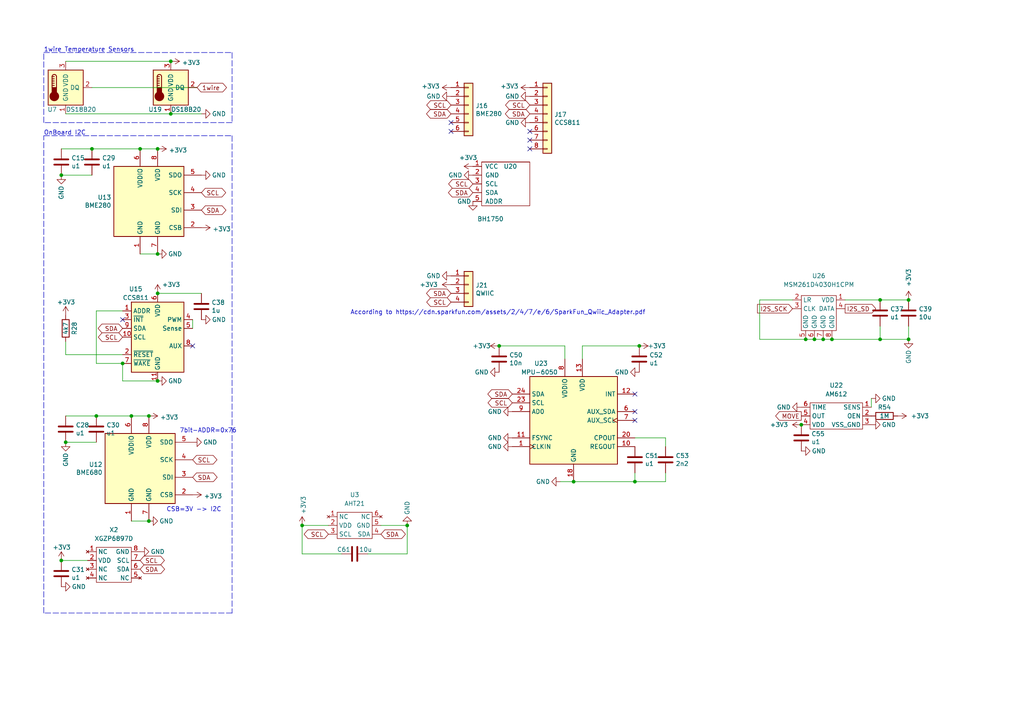
<source format=kicad_sch>
(kicad_sch (version 20211123) (generator eeschema)
  (paper "A4")
  (lib_symbols
    (symbol "Connector_Generic:Conn_01x04" (pin_names (offset 1.016) hide)
      (property "Reference" "J" (at 0 5.08 0))
      (property "Value" "Conn_01x04" (at 0 -7.62 0))
      (symbol "Conn_01x04_1_1"
        (rectangle (start -1.27 -4.953) (end 0 -5.207) (stroke (width 0.1524)))
        (rectangle (start -1.27 -2.413) (end 0 -2.667) (stroke (width 0.1524)))
        (rectangle (start -1.27 0.127) (end 0 -0.127) (stroke (width 0.1524)))
        (rectangle (start -1.27 2.667) (end 0 2.413) (stroke (width 0.1524)))
        (rectangle (start -1.27 3.81) (end 1.27 -6.35) (stroke (width 0.254)) (fill (type background)))
        (pin passive line (at -5.08 2.54 0) (length 3.81) (name "Pin_1") (number "1"))
        (pin passive line (at -5.08 0 0) (length 3.81) (name "Pin_2") (number "2"))
        (pin passive line (at -5.08 -2.54 0) (length 3.81) (name "Pin_3") (number "3"))
        (pin passive line (at -5.08 -5.08 0) (length 3.81) (name "Pin_4") (number "4"))
      )
    )
    (symbol "Connector_Generic:Conn_01x06" (pin_names (offset 1.016) hide)
      (property "Reference" "J" (at 0 7.62 0))
      (property "Value" "Conn_01x06" (at 0 -10.16 0))
      (symbol "Conn_01x06_1_1"
        (rectangle (start -1.27 -7.493) (end 0 -7.747) (stroke (width 0.1524)))
        (rectangle (start -1.27 -4.953) (end 0 -5.207) (stroke (width 0.1524)))
        (rectangle (start -1.27 -2.413) (end 0 -2.667) (stroke (width 0.1524)))
        (rectangle (start -1.27 0.127) (end 0 -0.127) (stroke (width 0.1524)))
        (rectangle (start -1.27 2.667) (end 0 2.413) (stroke (width 0.1524)))
        (rectangle (start -1.27 5.207) (end 0 4.953) (stroke (width 0.1524)))
        (rectangle (start -1.27 6.35) (end 1.27 -8.89) (stroke (width 0.254)) (fill (type background)))
        (pin passive line (at -5.08 5.08 0) (length 3.81) (name "Pin_1") (number "1"))
        (pin passive line (at -5.08 2.54 0) (length 3.81) (name "Pin_2") (number "2"))
        (pin passive line (at -5.08 0 0) (length 3.81) (name "Pin_3") (number "3"))
        (pin passive line (at -5.08 -2.54 0) (length 3.81) (name "Pin_4") (number "4"))
        (pin passive line (at -5.08 -5.08 0) (length 3.81) (name "Pin_5") (number "5"))
        (pin passive line (at -5.08 -7.62 0) (length 3.81) (name "Pin_6") (number "6"))
      )
    )
    (symbol "Connector_Generic:Conn_01x08" (pin_names (offset 1.016) hide)
      (property "Reference" "J" (at 0 10.16 0))
      (property "Value" "Conn_01x08" (at 0 -12.7 0))
      (symbol "Conn_01x08_1_1"
        (rectangle (start -1.27 -10.033) (end 0 -10.287) (stroke (width 0.1524)))
        (rectangle (start -1.27 -7.493) (end 0 -7.747) (stroke (width 0.1524)))
        (rectangle (start -1.27 -4.953) (end 0 -5.207) (stroke (width 0.1524)))
        (rectangle (start -1.27 -2.413) (end 0 -2.667) (stroke (width 0.1524)))
        (rectangle (start -1.27 0.127) (end 0 -0.127) (stroke (width 0.1524)))
        (rectangle (start -1.27 2.667) (end 0 2.413) (stroke (width 0.1524)))
        (rectangle (start -1.27 5.207) (end 0 4.953) (stroke (width 0.1524)))
        (rectangle (start -1.27 7.747) (end 0 7.493) (stroke (width 0.1524)))
        (rectangle (start -1.27 8.89) (end 1.27 -11.43) (stroke (width 0.254)) (fill (type background)))
        (pin passive line (at -5.08 7.62 0) (length 3.81) (name "Pin_1") (number "1"))
        (pin passive line (at -5.08 5.08 0) (length 3.81) (name "Pin_2") (number "2"))
        (pin passive line (at -5.08 2.54 0) (length 3.81) (name "Pin_3") (number "3"))
        (pin passive line (at -5.08 0 0) (length 3.81) (name "Pin_4") (number "4"))
        (pin passive line (at -5.08 -2.54 0) (length 3.81) (name "Pin_5") (number "5"))
        (pin passive line (at -5.08 -5.08 0) (length 3.81) (name "Pin_6") (number "6"))
        (pin passive line (at -5.08 -7.62 0) (length 3.81) (name "Pin_7") (number "7"))
        (pin passive line (at -5.08 -10.16 0) (length 3.81) (name "Pin_8") (number "8"))
      )
    )
    (symbol "Device:C" (pin_numbers hide) (pin_names (offset 0.254))
      (property "Reference" "C" (at 0.635 2.54 0))
      (property "Value" "C" (at 0.635 -2.54 0))
      (symbol "C_0_1"
        (polyline (pts (xy -2.032 -0.762) (xy 2.032 -0.762)) (stroke (width 0.508)))
        (polyline (pts (xy -2.032 0.762) (xy 2.032 0.762)) (stroke (width 0.508)))
      )
      (symbol "C_1_1"
        (pin passive line (at 0 3.81 270) (length 2.794) (name "~") (number "1"))
        (pin passive line (at 0 -3.81 90) (length 2.794) (name "~") (number "2"))
      )
    )
    (symbol "Device:R" (pin_numbers hide) (pin_names (offset 0))
      (property "Reference" "R" (at 2.032 0 90))
      (property "Value" "R" (at 0 0 90))
      (symbol "R_0_1"
        (rectangle (start -1.016 -2.54) (end 1.016 2.54) (stroke (width 0.254)))
      )
      (symbol "R_1_1"
        (pin passive line (at 0 3.81 270) (length 1.27) (name "~") (number "1"))
        (pin passive line (at 0 -3.81 90) (length 1.27) (name "~") (number "2"))
      )
    )
    (symbol "Sensor:BME280"
      (property "Reference" "U" (at -8.89 11.43 0))
      (property "Value" "BME280" (at 7.62 11.43 0))
      (symbol "BME280_0_1"
        (rectangle (start -10.16 10.16) (end 10.16 -10.16) (stroke (width 0.254)) (fill (type background)))
      )
      (symbol "BME280_1_1"
        (pin power_in line (at -2.54 -15.24 90) (length 5.08) (name "GND") (number "1"))
        (pin input line (at 15.24 -7.62 180) (length 5.08) (name "CSB") (number "2"))
        (pin bidirectional line (at 15.24 -2.54 180) (length 5.08) (name "SDI") (number "3"))
        (pin input line (at 15.24 2.54 180) (length 5.08) (name "SCK") (number "4"))
        (pin bidirectional line (at 15.24 7.62 180) (length 5.08) (name "SDO") (number "5"))
        (pin power_in line (at -2.54 15.24 270) (length 5.08) (name "VDDIO") (number "6"))
        (pin power_in line (at 2.54 -15.24 90) (length 5.08) (name "GND") (number "7"))
        (pin power_in line (at 2.54 15.24 270) (length 5.08) (name "VDD") (number "8"))
      )
    )
    (symbol "Sensor:BME680"
      (property "Reference" "U" (at -8.89 11.43 0))
      (property "Value" "BME680" (at 7.62 11.43 0))
      (symbol "BME680_0_1"
        (rectangle (start -10.16 10.16) (end 10.16 -10.16) (stroke (width 0.254)) (fill (type background)))
      )
      (symbol "BME680_1_1"
        (pin power_in line (at -2.54 -15.24 90) (length 5.08) (name "GND") (number "1"))
        (pin input line (at 15.24 -7.62 180) (length 5.08) (name "CSB") (number "2"))
        (pin bidirectional line (at 15.24 -2.54 180) (length 5.08) (name "SDI") (number "3"))
        (pin input line (at 15.24 2.54 180) (length 5.08) (name "SCK") (number "4"))
        (pin bidirectional line (at 15.24 7.62 180) (length 5.08) (name "SDO") (number "5"))
        (pin power_in line (at -2.54 15.24 270) (length 5.08) (name "VDDIO") (number "6"))
        (pin power_in line (at 2.54 -15.24 90) (length 5.08) (name "GND") (number "7"))
        (pin power_in line (at 2.54 15.24 270) (length 5.08) (name "VDD") (number "8"))
      )
    )
    (symbol "Sensor_Gas:CCS811"
      (property "Reference" "U" (at -8.89 13.97 0))
      (property "Value" "CCS811" (at -6.35 11.43 0))
      (symbol "CCS811_0_1"
        (rectangle (start -7.62 10.16) (end 7.62 -10.16) (stroke (width 0.254)) (fill (type background)))
      )
      (symbol "CCS811_1_1"
        (pin input line (at -10.16 7.62 0) (length 2.54) (name "ADDR") (number "1"))
        (pin input line (at -10.16 0 0) (length 2.54) (name "SCL") (number "10"))
        (pin power_in line (at 0 -12.7 90) (length 2.54) (name "GND") (number "11"))
        (pin input line (at -10.16 -5.08 0) (length 2.54) (name "~{RESET}") (number "2"))
        (pin output line (at -10.16 5.08 0) (length 2.54) (name "~{INT}") (number "3"))
        (pin output line (at 10.16 5.08 180) (length 2.54) (name "PWM") (number "4"))
        (pin bidirectional line (at 10.16 2.54 180) (length 2.54) (name "Sense") (number "5"))
        (pin power_in line (at 0 12.7 270) (length 2.54) (name "VDD") (number "6"))
        (pin input line (at -10.16 -7.62 0) (length 2.54) (name "~{WAKE}") (number "7"))
        (pin input line (at 10.16 -2.54 180) (length 2.54) (name "AUX") (number "8"))
        (pin bidirectional line (at -10.16 2.54 0) (length 2.54) (name "SDA") (number "9"))
      )
    )
    (symbol "Sensor_Motion:MPU-6050"
      (property "Reference" "U" (at -11.43 13.97 0))
      (property "Value" "MPU-6050" (at 7.62 -13.97 0))
      (symbol "MPU-6050_0_1"
        (rectangle (start -12.7 12.7) (end 12.7 -12.7) (stroke (width 0.254)) (fill (type background)))
      )
      (symbol "MPU-6050_1_1"
        (pin input clock (at -17.78 -7.62 0) (length 5.08) (name "CLKIN") (number "1"))
        (pin passive line (at 17.78 -7.62 180) (length 5.08) (name "REGOUT") (number "10"))
        (pin input line (at -17.78 -5.08 0) (length 5.08) (name "FSYNC") (number "11"))
        (pin output line (at 17.78 7.62 180) (length 5.08) (name "INT") (number "12"))
        (pin power_in line (at 2.54 17.78 270) (length 5.08) (name "VDD") (number "13"))
        (pin power_in line (at 0 -17.78 90) (length 5.08) (name "GND") (number "18"))
        (pin passive line (at 17.78 -5.08 180) (length 5.08) (name "CPOUT") (number "20"))
        (pin input line (at -17.78 5.08 0) (length 5.08) (name "SCL") (number "23"))
        (pin bidirectional line (at -17.78 7.62 0) (length 5.08) (name "SDA") (number "24"))
        (pin bidirectional line (at 17.78 2.54 180) (length 5.08) (name "AUX_SDA") (number "6"))
        (pin output clock (at 17.78 0 180) (length 5.08) (name "AUX_SCL") (number "7"))
        (pin power_in line (at -2.54 17.78 270) (length 5.08) (name "VDDIO") (number "8"))
        (pin input line (at -17.78 2.54 0) (length 5.08) (name "AD0") (number "9"))
      )
    )
    (symbol "Sensor_Temperature:DS18B20" (pin_names (offset 1.016))
      (property "Reference" "U" (at -3.81 6.35 0))
      (property "Value" "DS18B20" (at 6.35 6.35 0))
      (symbol "DS18B20_0_1"
        (rectangle (start -5.08 5.08) (end 5.08 -5.08) (stroke (width 0.254)) (fill (type background)))
        (circle (center -3.302 -2.54) (radius 1.27) (stroke (width 0.254)) (fill (type outline)))
        (rectangle (start -2.667 -1.905) (end -3.937 0) (stroke (width 0.254)) (fill (type outline)))
        (arc (start -2.667 3.175) (mid -3.302 3.81) (end -3.937 3.175) (stroke (width 0.254)))
        (polyline (pts (xy -3.937 0.635) (xy -3.302 0.635)) (stroke (width 0.254)))
        (polyline (pts (xy -3.937 1.27) (xy -3.302 1.27)) (stroke (width 0.254)))
        (polyline (pts (xy -3.937 1.905) (xy -3.302 1.905)) (stroke (width 0.254)))
        (polyline (pts (xy -3.937 2.54) (xy -3.302 2.54)) (stroke (width 0.254)))
        (polyline (pts (xy -3.937 3.175) (xy -3.937 0)) (stroke (width 0.254)))
        (polyline (pts (xy -3.937 3.175) (xy -3.302 3.175)) (stroke (width 0.254)))
        (polyline (pts (xy -2.667 3.175) (xy -2.667 0)) (stroke (width 0.254)))
      )
      (symbol "DS18B20_1_1"
        (pin power_in line (at 0 -7.62 90) (length 2.54) (name "GND") (number "1"))
        (pin bidirectional line (at 7.62 0 180) (length 2.54) (name "DQ") (number "2"))
        (pin power_in line (at 0 7.62 270) (length 2.54) (name "VDD") (number "3"))
      )
    )
    (symbol "liebler_MODULES:XGZP6897D"
      (property "Reference" "X" (at 0 10.16 0))
      (property "Value" "XGZP6897D" (at 0 7.62 0))
      (symbol "XGZP6897D_0_1"
        (rectangle (start -5.08 5.08) (end 5.08 -5.08))
      )
      (symbol "XGZP6897D_1_1"
        (pin no_connect line (at -7.62 3.81 0) (length 2.54) (name "NC") (number "1"))
        (pin power_in line (at -7.62 1.27 0) (length 2.54) (name "VDD") (number "2"))
        (pin no_connect line (at -7.62 -1.27 0) (length 2.54) (name "NC") (number "3"))
        (pin no_connect line (at -7.62 -3.81 0) (length 2.54) (name "NC") (number "4"))
        (pin no_connect line (at 7.62 -3.81 180) (length 2.54) (name "NC") (number "5"))
        (pin bidirectional line (at 7.62 -1.27 180) (length 2.54) (name "SDA") (number "6"))
        (pin bidirectional line (at 7.62 1.27 180) (length 2.54) (name "SCL") (number "7"))
        (pin power_in line (at 7.62 3.81 180) (length 2.54) (name "GND") (number "8"))
      )
    )
    (symbol "liebler_SEMICONDUCTORS:AHT21"
      (property "Reference" "U" (at 0 7.62 0))
      (property "Value" "AHT21" (at 0 5.08 0))
      (symbol "AHT21_0_1"
        (rectangle (start -5.08 3.81) (end 5.08 -3.81))
      )
      (symbol "AHT21_1_1"
        (pin no_connect line (at -7.62 2.54 0) (length 2.54) (name "NC") (number "1"))
        (pin power_in line (at -7.62 0 0) (length 2.54) (name "VDD") (number "2"))
        (pin bidirectional line (at -7.62 -2.54 0) (length 2.54) (name "SCL") (number "3"))
        (pin bidirectional line (at 7.62 -2.54 180) (length 2.54) (name "SDA") (number "4"))
        (pin power_in line (at 7.62 0 180) (length 2.54) (name "GND") (number "5"))
        (pin no_connect line (at 7.62 2.54 180) (length 2.54) (name "NC") (number "6"))
      )
    )
    (symbol "liebler_SEMICONDUCTORS:AM612"
      (property "Reference" "U" (at 0 7.62 0))
      (property "Value" "AM612" (at 0 5.08 0))
      (symbol "AM612_0_1"
        (rectangle (start -7.62 3.81) (end 7.62 -3.81))
      )
      (symbol "AM612_1_1"
        (pin input line (at 10.16 2.54 180) (length 2.54) (name "SENS") (number "1"))
        (pin input line (at 10.16 0 180) (length 2.54) (name "OEN") (number "2"))
        (pin power_in line (at 10.16 -2.54 180) (length 2.54) (name "VSS_GND") (number "3"))
        (pin power_in line (at -10.16 -2.54 0) (length 2.54) (name "VDD") (number "4"))
        (pin output line (at -10.16 0 0) (length 2.54) (name "OUT") (number "5"))
        (pin input line (at -10.16 2.54 0) (length 2.54) (name "TIME") (number "6"))
      )
    )
    (symbol "liebler_SEMICONDUCTORS:MSM261D4030H1CPM"
      (property "Reference" "U" (at 0 2.54 0))
      (property "Value" "MSM261D4030H1CPM" (at 0 0 0))
      (symbol "MSM261D4030H1CPM_0_1"
        (rectangle (start -5.08 -2.54) (end 5.08 -12.7))
      )
      (symbol "MSM261D4030H1CPM_1_1"
        (pin power_in line (at 7.62 -3.81 180) (length 2.54) (name "VDD") (number "1"))
        (pin input line (at -7.62 -3.81 0) (length 2.54) (name "LR") (number "2"))
        (pin input line (at -7.62 -6.35 0) (length 2.54) (name "CLK") (number "3"))
        (pin output line (at 7.62 -6.35 180) (length 2.54) (name "DATA") (number "4"))
        (pin power_in line (at -3.81 -15.24 90) (length 2.54) (name "GND") (number "5"))
        (pin power_in line (at -1.27 -15.24 90) (length 2.54) (name "GND") (number "6"))
        (pin power_in line (at 1.27 -15.24 90) (length 2.54) (name "GND") (number "7"))
        (pin power_in line (at 3.81 -15.24 90) (length 2.54) (name "GND") (number "8"))
      )
    )
    (symbol "power:+3V3" (power) (pin_names (offset 0))
      (property "Value" "+3V3" (at 0 3.556 0))
      (symbol "+3V3_0_1"
        (polyline (pts (xy -0.762 1.27) (xy 0 2.54)))
        (polyline (pts (xy 0 0) (xy 0 2.54)))
        (polyline (pts (xy 0 2.54) (xy 0.762 1.27)))
      )
      (symbol "+3V3_1_1"
        (pin power_in line (at 0 0 90) (length 0) hide (name "+3V3") (number "1"))
      )
    )
    (symbol "power:GND" (power) (pin_names (offset 0))
      (property "Value" "GND" (at 0 -3.81 0))
      (symbol "GND_0_1"
        (polyline (pts (xy 0 0) (xy 0 -1.27) (xy 1.27 -1.27) (xy 0 -2.54) (xy -1.27 -1.27) (xy 0 -1.27)))
      )
      (symbol "GND_1_1"
        (pin power_in line (at 0 0 270) (length 0) hide (name "GND") (number "1"))
      )
    )
    (symbol "smopla:GY-302" (pin_names (offset 1.016))
      (property "Reference" "U" (at 0 -1.27 0))
      (property "Value" "smopla_GY-302" (at 0 1.27 0))
      (symbol "GY-302_0_1"
        (rectangle (start -6.35 6.35) (end 7.62 6.35))
        (rectangle (start 7.62 6.35) (end -6.35 -6.35))
      )
      (symbol "GY-302_1_1"
        (pin power_in line (at -8.89 5.08 0) (length 2.54) (name "VCC") (number "1"))
        (pin power_in line (at -8.89 2.54 0) (length 2.54) (name "GND") (number "2"))
        (pin bidirectional line (at -8.89 0 0) (length 2.54) (name "SCL") (number "3"))
        (pin bidirectional line (at -8.89 -2.54 0) (length 2.54) (name "SDA") (number "4"))
        (pin input line (at -8.89 -5.08 0) (length 2.54) (name "ADDR") (number "5"))
      )
    )
  )
  (junction (at 144.78 100.33))
  (junction (at 40.64 43.18))
  (junction (at 263.525 98.425))
  (junction (at 49.53 33.02))
  (junction (at 17.78 50.8))
  (junction (at 45.72 110.49))
  (junction (at 19.05 128.27))
  (junction (at 166.37 139.7))
  (junction (at 27.94 120.65))
  (junction (at 238.76 98.425))
  (junction (at 255.27 98.425))
  (junction (at 87.63 152.4))
  (junction (at 232.41 123.19))
  (junction (at 35.56 105.41))
  (junction (at 255.27 86.995))
  (junction (at 185.42 100.33))
  (junction (at 241.3 98.425))
  (junction (at 45.72 85.09))
  (junction (at 184.15 139.7))
  (junction (at 45.72 73.66))
  (junction (at 26.67 43.18))
  (junction (at 263.525 86.995))
  (junction (at 45.72 43.18))
  (junction (at 43.18 151.13))
  (junction (at 49.53 17.78))
  (junction (at 233.68 98.425))
  (junction (at 43.18 120.65))
  (junction (at 236.22 98.425))
  (junction (at 38.1 120.65))
  (junction (at 118.11 152.4))
  (junction (at 17.78 162.56))
  (no_connect (at 153.67 43.18))
  (no_connect (at 35.56 92.71))
  (no_connect (at 130.81 35.56))
  (no_connect (at 153.67 38.1))
  (no_connect (at 153.67 40.64))
  (no_connect (at 184.15 121.92))
  (no_connect (at 184.15 119.38))
  (no_connect (at 184.15 114.3))
  (no_connect (at 55.88 100.33))
  (no_connect (at 130.81 38.1))
  (wire (pts (xy 184.15 139.7) (xy 184.15 137.16)))
  (wire (pts (xy 35.56 105.41) (xy 27.94 105.41)))
  (wire (pts (xy 162.56 139.7) (xy 166.37 139.7)))
  (wire (pts (xy 35.56 110.49) (xy 45.72 110.49)))
  (wire (pts (xy 263.525 94.615) (xy 263.525 98.425)))
  (wire (pts (xy 110.49 152.4) (xy 118.11 152.4)))
  (polyline (pts (xy 12.7 177.8) (xy 12.7 39.37)))
  (wire (pts (xy 58.42 33.02) (xy 49.53 33.02)))
  (polyline (pts (xy 12.7 35.56) (xy 12.7 15.24)))
  (wire (pts (xy 19.05 33.02) (xy 49.53 33.02)))
  (wire (pts (xy 17.78 50.8) (xy 26.67 50.8)))
  (wire (pts (xy 19.05 102.87) (xy 19.05 99.06)))
  (polyline (pts (xy 67.31 15.24) (xy 67.31 35.56)))
  (wire (pts (xy 35.56 105.41) (xy 35.56 110.49)))
  (wire (pts (xy 55.88 95.25) (xy 55.88 92.71)))
  (wire (pts (xy 58.42 85.09) (xy 45.72 85.09)))
  (wire (pts (xy 263.525 98.425) (xy 255.27 98.425)))
  (wire (pts (xy 168.91 100.33) (xy 185.42 100.33)))
  (wire (pts (xy 233.68 98.425) (xy 236.22 98.425)))
  (wire (pts (xy 27.94 90.17) (xy 35.56 90.17)))
  (polyline (pts (xy 67.31 177.8) (xy 12.7 177.8)))
  (polyline (pts (xy 12.7 39.37) (xy 67.31 39.37)))
  (wire (pts (xy 43.18 120.65) (xy 38.1 120.65)))
  (wire (pts (xy 163.83 104.14) (xy 163.83 100.33)))
  (wire (pts (xy 220.345 86.995) (xy 220.345 98.425)))
  (wire (pts (xy 184.15 139.7) (xy 193.04 139.7)))
  (wire (pts (xy 87.63 160.655) (xy 99.06 160.655)))
  (wire (pts (xy 95.25 152.4) (xy 87.63 152.4)))
  (wire (pts (xy 193.04 137.16) (xy 193.04 139.7)))
  (wire (pts (xy 236.22 98.425) (xy 238.76 98.425)))
  (wire (pts (xy 40.64 43.18) (xy 26.67 43.18)))
  (wire (pts (xy 255.27 94.615) (xy 255.27 98.425)))
  (wire (pts (xy 17.78 162.56) (xy 25.4 162.56)))
  (wire (pts (xy 38.1 120.65) (xy 27.94 120.65)))
  (wire (pts (xy 166.37 139.7) (xy 184.15 139.7)))
  (wire (pts (xy 19.05 102.87) (xy 35.56 102.87)))
  (polyline (pts (xy 12.7 15.24) (xy 67.31 15.24)))
  (wire (pts (xy 193.04 127) (xy 193.04 129.54)))
  (polyline (pts (xy 67.31 35.56) (xy 12.7 35.56)))
  (wire (pts (xy 38.1 151.13) (xy 43.18 151.13)))
  (wire (pts (xy 19.05 17.78) (xy 49.53 17.78)))
  (wire (pts (xy 45.72 43.18) (xy 40.64 43.18)))
  (wire (pts (xy 255.27 98.425) (xy 241.3 98.425)))
  (wire (pts (xy 27.94 120.65) (xy 19.05 120.65)))
  (polyline (pts (xy 67.31 39.37) (xy 67.31 177.8)))
  (wire (pts (xy 26.67 25.4) (xy 57.15 25.4)))
  (wire (pts (xy 168.91 100.33) (xy 168.91 104.14)))
  (wire (pts (xy 184.15 127) (xy 193.04 127)))
  (wire (pts (xy 220.345 98.425) (xy 233.68 98.425)))
  (wire (pts (xy 118.11 160.655) (xy 106.68 160.655)))
  (wire (pts (xy 245.11 86.995) (xy 255.27 86.995)))
  (wire (pts (xy 255.27 86.995) (xy 263.525 86.995)))
  (wire (pts (xy 27.94 128.27) (xy 19.05 128.27)))
  (wire (pts (xy 27.94 105.41) (xy 27.94 90.17)))
  (wire (pts (xy 252.73 115.57) (xy 252.73 118.11)))
  (wire (pts (xy 118.11 152.4) (xy 118.11 160.655)))
  (wire (pts (xy 238.76 98.425) (xy 241.3 98.425)))
  (wire (pts (xy 87.63 152.4) (xy 87.63 160.655)))
  (wire (pts (xy 229.87 86.995) (xy 220.345 86.995)))
  (wire (pts (xy 26.67 43.18) (xy 17.78 43.18)))
  (wire (pts (xy 144.78 100.33) (xy 163.83 100.33)))
  (wire (pts (xy 40.64 73.66) (xy 45.72 73.66)))
  (text "CSB=3V -> I2C" (at 48.26 148.59 0) (effects (font (size 1.27 1.27)) (justify left bottom)))
  (text "According to https://cdn.sparkfun.com/assets/2/4/7/e/6/SparkFun_Qwiic_Adapter.pdf" (at 101.6 91.44 0) (effects (font (size 1.27 1.27)) (justify left bottom)))
  (text "7bit-ADDR=0x76" (at 52.07 125.73 0) (effects (font (size 1.27 1.27)) (justify left bottom)))
  (text "1wire Temperature Sensors" (at 12.7 15.24 0) (effects (font (size 1.27 1.27)) (justify left bottom)))
  (text "OnBoard I2C" (at 12.7 39.37 0) (effects (font (size 1.27 1.27)) (justify left bottom)))
  (global_label "SDA" (shape bidirectional) (at 137.16 55.88 180) (property "Intersheet References" "${INTERSHEET_REFS}" (effects hide)))
  (global_label "MOVE" (shape output) (at 232.41 120.65 180) (property "Intersheet References" "${INTERSHEET_REFS}" (effects hide)))
  (global_label "SDA" (shape bidirectional) (at 35.56 95.25 180) (property "Intersheet References" "${INTERSHEET_REFS}" (effects hide)))
  (global_label "SDA" (shape bidirectional) (at 58.42 60.96 0) (property "Intersheet References" "${INTERSHEET_REFS}" (effects hide)))
  (global_label "SCL" (shape bidirectional) (at 95.25 154.94 180) (property "Intersheet References" "${INTERSHEET_REFS}" (effects hide)))
  (global_label "SCL" (shape bidirectional) (at 55.88 133.35 0) (property "Intersheet References" "${INTERSHEET_REFS}" (effects hide)))
  (global_label "SDA" (shape bidirectional) (at 148.59 114.3 180) (property "Intersheet References" "${INTERSHEET_REFS}" (effects hide)))
  (global_label "SCL" (shape bidirectional) (at 153.67 30.48 180) (property "Intersheet References" "${INTERSHEET_REFS}" (effects hide)))
  (global_label "SCL" (shape bidirectional) (at 58.42 55.88 0) (property "Intersheet References" "${INTERSHEET_REFS}" (effects hide)))
  (global_label "SDA" (shape bidirectional) (at 130.81 33.02 180) (property "Intersheet References" "${INTERSHEET_REFS}" (effects hide)))
  (global_label "1wire" (shape bidirectional) (at 57.15 25.4 0) (property "Intersheet References" "${INTERSHEET_REFS}" (effects hide)))
  (global_label "I2S_SD" (shape output) (at 245.11 89.535 0) (property "Intersheet References" "${INTERSHEET_REFS}" (effects hide)))
  (global_label "SDA" (shape bidirectional) (at 153.67 33.02 180) (property "Intersheet References" "${INTERSHEET_REFS}" (effects hide)))
  (global_label "SCL" (shape bidirectional) (at 130.81 30.48 180) (property "Intersheet References" "${INTERSHEET_REFS}" (effects hide)))
  (global_label "SCL" (shape bidirectional) (at 40.64 162.56 0) (property "Intersheet References" "${INTERSHEET_REFS}" (effects hide)))
  (global_label "SDA" (shape bidirectional) (at 110.49 154.94 0) (property "Intersheet References" "${INTERSHEET_REFS}" (effects hide)))
  (global_label "SCL" (shape bidirectional) (at 130.81 87.63 180) (property "Intersheet References" "${INTERSHEET_REFS}" (effects hide)))
  (global_label "SCL" (shape bidirectional) (at 137.16 53.34 180) (property "Intersheet References" "${INTERSHEET_REFS}" (effects hide)))
  (global_label "SCL" (shape bidirectional) (at 35.56 97.79 180) (property "Intersheet References" "${INTERSHEET_REFS}" (effects hide)))
  (global_label "SDA" (shape bidirectional) (at 130.81 85.09 180) (property "Intersheet References" "${INTERSHEET_REFS}" (effects hide)))
  (global_label "SCL" (shape bidirectional) (at 148.59 116.84 180) (property "Intersheet References" "${INTERSHEET_REFS}" (effects hide)))
  (global_label "SDA" (shape bidirectional) (at 55.88 138.43 0) (property "Intersheet References" "${INTERSHEET_REFS}" (effects hide)))
  (global_label "SDA" (shape bidirectional) (at 40.64 165.1 0) (property "Intersheet References" "${INTERSHEET_REFS}" (effects hide)))
  (global_label "I2S_SCK" (shape input) (at 229.87 89.535 180) (property "Intersheet References" "${INTERSHEET_REFS}" (effects hide)))
  (symbol (lib_id "Connector_Generic:Conn_01x04") (at 135.89 82.55 0) (unit 1)
    (property "Reference" "J21" (at 137.922 82.7532 0) (effects (justify left)))
    (property "Value" "QWIIC" (at 137.922 85.0646 0) (effects (justify left)))
    (property "Footprint" "Connector_JST:JST_SH_SM04B-SRSS-TB_1x04-1MP_P1.00mm_Horizontal" (effects hide))
  )
  (symbol (lib_id "power:+3V3") (at 130.81 82.55 90) (unit 1)
    (property "Reference" "#PWR054" (effects hide))
    (property "Value" "+3V3" (at 127 82.55 90) (effects (justify left)))
  )
  (symbol (lib_id "power:GND") (at 130.81 80.01 270) (unit 1)
    (property "Reference" "#PWR053" (effects hide))
    (property "Value" "GND" (at 125.73 80.01 90))
  )
  (symbol (lib_id "Sensor:BME680") (at 40.64 135.89 0) (unit 1)
    (property "Reference" "U12" (at 29.7434 134.7216 0) (effects (justify right)))
    (property "Value" "BME680" (at 29.7434 137.033 0) (effects (justify right)))
    (property "Footprint" "Package_LGA:Bosch_LGA-8_3x3mm_P0.8mm_ClockwisePinNumbering" (effects hide))
    (property "Datasheet" "https://ae-bst.resource.bosch.com/media/_tech/media/datasheets/BST-BME680-DS001.pdf" (effects hide))
    (property "Option" "BME680" (effects hide))
  )
  (symbol (lib_id "Sensor_Temperature:DS18B20") (at 19.05 25.4 0) (unit 1)
    (property "Reference" "U7" (at 16.51 31.75 0) (effects (justify right)))
    (property "Value" "DS18B20" (at 27.94 31.75 0) (effects (justify right)))
    (property "Footprint" "Package_TO_SOT_THT:TO-92_HandSolder" (effects hide))
    (property "Datasheet" "http://datasheets.maximintegrated.com/en/ds/DS18B20.pdf" (effects hide))
  )
  (symbol (lib_id "Sensor_Temperature:DS18B20") (at 49.53 25.4 0) (unit 1)
    (property "Reference" "U19" (at 46.99 31.75 0) (effects (justify right)))
    (property "Value" "DS18B20" (at 58.42 31.75 0) (effects (justify right)))
    (property "Footprint" "Package_TO_SOT_THT:TO-92_HandSolder" (effects hide))
    (property "Datasheet" "http://datasheets.maximintegrated.com/en/ds/DS18B20.pdf" (effects hide))
  )
  (symbol (lib_id "power:GND") (at 58.42 33.02 90) (unit 1)
    (property "Reference" "#PWR035" (effects hide))
    (property "Value" "GND" (at 63.5 33.02 90))
  )
  (symbol (lib_id "power:+3V3") (at 49.53 17.78 270) (unit 1)
    (property "Reference" "#PWR017" (effects hide))
    (property "Value" "+3V3" (at 52.7812 18.161 90) (effects (justify left)))
  )
  (symbol (lib_id "power:GND") (at 252.73 123.19 90) (unit 1)
    (property "Reference" "#PWR049" (effects hide))
    (property "Value" "GND" (at 257.81 123.19 90))
  )
  (symbol (lib_id "power:+3V3") (at 232.41 123.19 90) (unit 1)
    (property "Reference" "#PWR050" (effects hide))
    (property "Value" "+3V3" (at 228.6 123.19 90) (effects (justify left)))
  )
  (symbol (lib_id "Device:C") (at 27.94 124.46 180) (unit 1)
    (property "Reference" "C30" (at 30.861 123.2916 0) (effects (justify right)))
    (property "Value" "u1" (at 30.861 125.603 0) (effects (justify right)))
    (property "Footprint" "Capacitor_SMD:C_0603_1608Metric" (effects hide))
    (property "Option" "BME680" (effects hide))
  )
  (symbol (lib_id "power:+3V3") (at 43.18 120.65 270) (unit 1)
    (property "Reference" "#PWR09" (effects hide))
    (property "Value" "+3V3" (at 46.4312 121.031 90) (effects (justify left)))
  )
  (symbol (lib_id "power:GND") (at 43.18 151.13 90) (unit 1)
    (property "Reference" "#PWR010" (effects hide))
    (property "Value" "GND" (at 48.26 151.13 90))
  )
  (symbol (lib_id "power:+3V3") (at 55.88 143.51 270) (unit 1)
    (property "Reference" "#PWR030" (effects hide))
    (property "Value" "+3V3" (at 59.1312 143.891 90) (effects (justify left)))
  )
  (symbol (lib_id "Device:C") (at 19.05 124.46 180) (unit 1)
    (property "Reference" "C28" (at 21.971 123.2916 0) (effects (justify right)))
    (property "Value" "u1" (at 21.971 125.603 0) (effects (justify right)))
    (property "Footprint" "Capacitor_SMD:C_0603_1608Metric" (effects hide))
    (property "Option" "BME680" (effects hide))
  )
  (symbol (lib_id "power:GND") (at 19.05 128.27 0) (unit 1)
    (property "Reference" "#PWR08" (effects hide))
    (property "Value" "GND" (at 19.05 133.35 90))
  )
  (symbol (lib_id "power:GND") (at 55.88 128.27 90) (unit 1)
    (property "Reference" "#PWR019" (effects hide))
    (property "Value" "GND" (at 60.96 128.27 90))
  )
  (symbol (lib_id "Device:C") (at 17.78 166.37 180) (unit 1)
    (property "Reference" "C31" (at 20.701 165.2016 0) (effects (justify right)))
    (property "Value" "u1" (at 20.701 167.513 0) (effects (justify right)))
    (property "Footprint" "Capacitor_SMD:C_0603_1608Metric" (effects hide))
    (property "Option" "MS4525DO" (effects hide))
  )
  (symbol (lib_id "smopla:GY-302") (at 146.05 53.34 0) (unit 1)
    (property "Reference" "U20" (at 146.05 48.26 0) (effects (justify left)))
    (property "Value" "BH1750" (at 138.43 63.5 0) (effects (justify left)))
    (property "Footprint" "liebler_MODULES:GY-302" (effects hide))
  )
  (symbol (lib_id "power:+3V3") (at 137.16 48.26 90) (unit 1)
    (property "Reference" "#PWR041" (effects hide))
    (property "Value" "+3V3" (at 138.43 45.72 90) (effects (justify left)))
  )
  (symbol (lib_id "power:GND") (at 137.16 50.8 270) (unit 1)
    (property "Reference" "#PWR042" (effects hide))
    (property "Value" "GND" (at 132.08 50.8 90))
  )
  (symbol (lib_id "power:GND") (at 137.16 58.42 0) (unit 1)
    (property "Reference" "#PWR043" (effects hide))
    (property "Value" "GND" (at 134.62 58.42 0))
  )
  (symbol (lib_id "Sensor_Gas:CCS811") (at 45.72 97.79 0) (unit 1)
    (property "Reference" "U15" (at 39.37 83.82 0))
    (property "Value" "CCS811" (at 39.37 86.36 0))
    (property "Footprint" "liebler_SEMICONDUCTORS:AMS_LGA-10-1EP_2.7x4mm_P0.6mm" (effects hide))
    (property "Datasheet" "http://ams.com/eng/Products/Environmental-Sensors/Air-Quality-Sensors/CCS811" (effects hide))
    (property "Option" "CCS811" (effects hide))
  )
  (symbol (lib_id "Device:R") (at 19.05 95.25 180) (unit 1)
    (property "Reference" "R28" (at 21.59 95.25 90))
    (property "Value" "4k7" (at 19.05 95.25 90))
    (property "Footprint" "Resistor_SMD:R_0603_1608Metric" (effects hide))
    (property "Option" "CCS811" (effects hide))
  )
  (symbol (lib_id "power:+3V3") (at 45.72 85.09 0) (unit 1)
    (property "Reference" "#PWR013" (effects hide))
    (property "Value" "+3V3" (at 46.99 82.55 0) (effects (justify left)))
  )
  (symbol (lib_id "power:+3V3") (at 19.05 91.44 0) (unit 1)
    (property "Reference" "#PWR07" (effects hide))
    (property "Value" "+3V3" (at 16.51 87.63 0) (effects (justify left)))
  )
  (symbol (lib_id "Device:C") (at 58.42 88.9 0) (unit 1)
    (property "Reference" "C38" (at 61.341 87.7316 0) (effects (justify left)))
    (property "Value" "1u" (at 61.341 90.043 0) (effects (justify left)))
    (property "Footprint" "Capacitor_SMD:C_0603_1608Metric" (effects hide))
    (property "Option" "CCS811" (effects hide))
  )
  (symbol (lib_id "power:GND") (at 45.72 110.49 90) (unit 1)
    (property "Reference" "#PWR015" (effects hide))
    (property "Value" "GND" (at 50.8 110.49 90))
  )
  (symbol (lib_id "power:GND") (at 58.42 92.71 90) (unit 1)
    (property "Reference" "#PWR038" (effects hide))
    (property "Value" "GND" (at 63.5 92.71 90))
  )
  (symbol (lib_id "Sensor:BME280") (at 43.18 58.42 0) (unit 1)
    (property "Reference" "U13" (at 32.2834 57.2516 0) (effects (justify right)))
    (property "Value" "BME280" (at 32.2834 59.563 0) (effects (justify right)))
    (property "Footprint" "Package_LGA:Bosch_LGA-8_2.5x2.5mm_P0.65mm_ClockwisePinNumbering" (effects hide))
    (property "Datasheet" "https://ae-bst.resource.bosch.com/media/_tech/media/datasheets/BST-BME280-DS002.pdf" (effects hide))
    (property "Option" "BME280" (effects hide))
  )
  (symbol (lib_id "power:GND") (at 58.42 50.8 90) (unit 1)
    (property "Reference" "#PWR036" (effects hide))
    (property "Value" "GND" (at 63.5 50.8 90))
  )
  (symbol (lib_id "power:+3V3") (at 58.42 66.04 270) (unit 1)
    (property "Reference" "#PWR037" (effects hide))
    (property "Value" "+3V3" (at 61.6712 66.421 90) (effects (justify left)))
  )
  (symbol (lib_id "power:GND") (at 45.72 73.66 90) (unit 1)
    (property "Reference" "#PWR012" (effects hide))
    (property "Value" "GND" (at 50.8 73.66 90))
  )
  (symbol (lib_id "Device:C") (at 26.67 46.99 180) (unit 1)
    (property "Reference" "C29" (at 29.591 45.8216 0) (effects (justify right)))
    (property "Value" "u1" (at 29.591 48.133 0) (effects (justify right)))
    (property "Footprint" "Capacitor_SMD:C_0603_1608Metric" (effects hide))
    (property "Option" "BME280" (effects hide))
  )
  (symbol (lib_id "Device:C") (at 17.78 46.99 180) (unit 1)
    (property "Reference" "C15" (at 20.701 45.8216 0) (effects (justify right)))
    (property "Value" "u1" (at 20.701 48.133 0) (effects (justify right)))
    (property "Footprint" "Capacitor_SMD:C_0603_1608Metric" (effects hide))
    (property "Option" "BME280" (effects hide))
  )
  (symbol (lib_id "power:GND") (at 17.78 50.8 0) (unit 1)
    (property "Reference" "#PWR06" (effects hide))
    (property "Value" "GND" (at 17.78 55.88 90))
  )
  (symbol (lib_id "power:+3V3") (at 45.72 43.18 270) (unit 1)
    (property "Reference" "#PWR011" (effects hide))
    (property "Value" "+3V3" (at 48.9712 43.561 90) (effects (justify left)))
  )
  (symbol (lib_id "Connector_Generic:Conn_01x06") (at 135.89 30.48 0) (unit 1)
    (property "Reference" "J16" (at 137.922 30.6832 0) (effects (justify left)))
    (property "Value" "BME280" (at 137.922 32.9946 0) (effects (justify left)))
    (property "Footprint" "Connector_PinSocket_2.54mm:PinSocket_1x06_P2.54mm_Vertical" (effects hide))
  )
  (symbol (lib_id "power:GND") (at 130.81 27.94 270) (unit 1)
    (property "Reference" "#PWR040" (effects hide))
    (property "Value" "GND" (at 125.73 27.94 90))
  )
  (symbol (lib_id "power:+3V3") (at 130.81 25.4 90) (unit 1)
    (property "Reference" "#PWR039" (effects hide))
    (property "Value" "+3V3" (at 127.5588 25.019 90) (effects (justify left)))
  )
  (symbol (lib_id "power:GND") (at 153.67 27.94 270) (unit 1)
    (property "Reference" "#PWR045" (effects hide))
    (property "Value" "GND" (at 148.59 27.94 90))
  )
  (symbol (lib_id "power:+3V3") (at 153.67 25.4 90) (unit 1)
    (property "Reference" "#PWR044" (effects hide))
    (property "Value" "+3V3" (at 150.4188 25.019 90) (effects (justify left)))
  )
  (symbol (lib_id "power:GND") (at 153.67 35.56 270) (unit 1)
    (property "Reference" "#PWR046" (effects hide))
    (property "Value" "GND" (at 148.59 35.56 90))
  )
  (symbol (lib_id "Connector_Generic:Conn_01x08") (at 158.75 33.02 0) (unit 1)
    (property "Reference" "J17" (at 160.782 33.2232 0) (effects (justify left)))
    (property "Value" "CCS811" (at 160.782 35.5346 0) (effects (justify left)))
    (property "Footprint" "Connector_PinSocket_2.54mm:PinSocket_1x08_P2.54mm_Vertical" (effects hide))
  )
  (symbol (lib_id "liebler_SEMICONDUCTORS:MSM261D4030H1CPM") (at 237.49 83.185 0) (unit 1)
    (property "Reference" "U26" (at 237.49 80.01 0))
    (property "Value" "MSM261D4030H1CPM" (at 237.49 82.55 0))
    (property "Footprint" "liebler_SEMICONDUCTORS:MSM261D4030H1CPM" (effects hide))
  )
  (symbol (lib_id "power:GND") (at 232.41 118.11 270) (unit 1)
    (property "Reference" "#PWR0178" (effects hide))
    (property "Value" "GND" (at 227.33 118.11 90))
  )
  (symbol (lib_id "Device:C") (at 263.525 90.805 180) (unit 1)
    (property "Reference" "C39" (at 266.446 89.6366 0) (effects (justify right)))
    (property "Value" "10u" (at 266.446 91.948 0) (effects (justify right)))
    (property "Footprint" "Capacitor_SMD:C_0603_1608Metric" (effects hide))
  )
  (symbol (lib_id "Sensor_Motion:MPU-6050") (at 166.37 121.92 0) (unit 1)
    (property "Reference" "U23" (at 154.94 105.41 0) (effects (justify left)))
    (property "Value" "MPU-6050" (at 151.13 107.95 0) (effects (justify left)))
    (property "Footprint" "Sensor_Motion:InvenSense_QFN-24_4x4mm_P0.5mm" (effects hide))
    (property "Datasheet" "https://store.invensense.com/datasheets/invensense/MPU-6050_DataSheet_V3%204.pdf" (effects hide))
  )
  (symbol (lib_id "power:+3V3") (at 87.63 152.4 0) (unit 1)
    (property "Reference" "#PWR047" (effects hide))
    (property "Value" "+3V3" (at 88.011 149.1488 90) (effects (justify left)))
  )
  (symbol (lib_id "power:GND") (at 148.59 129.54 270) (unit 1)
    (property "Reference" "#PWR059" (effects hide))
    (property "Value" "GND" (at 143.51 129.54 90))
  )
  (symbol (lib_id "liebler_SEMICONDUCTORS:AHT21") (at 102.87 152.4 0) (unit 1)
    (property "Reference" "U3" (at 102.87 143.51 0))
    (property "Value" "AHT21" (at 102.87 146.05 0))
    (property "Footprint" "liebler_SEMICONDUCTORS:AHT21" (effects hide))
  )
  (symbol (lib_id "liebler_SEMICONDUCTORS:AM612") (at 242.57 120.65 0) (unit 1)
    (property "Reference" "U22" (at 242.57 111.76 0))
    (property "Value" "AM612" (at 242.57 114.3 0))
    (property "Footprint" "liebler_SEMICONDUCTORS:AM612" (effects hide))
  )
  (symbol (lib_id "Device:R") (at 256.54 120.65 270) (unit 1)
    (property "Reference" "R54" (at 256.54 118.11 90))
    (property "Value" "1M" (at 256.54 120.65 90))
    (property "Footprint" "Resistor_SMD:R_0603_1608Metric" (effects hide))
  )
  (symbol (lib_id "Device:C") (at 102.87 160.655 90) (unit 1)
    (property "Reference" "C61" (at 99.695 159.385 90))
    (property "Value" "10u" (at 106.045 159.385 90))
    (property "Footprint" "Capacitor_SMD:C_0603_1608Metric" (effects hide))
  )
  (symbol (lib_id "power:GND") (at 148.59 127 270) (unit 1)
    (property "Reference" "#PWR058" (effects hide))
    (property "Value" "GND" (at 143.51 127 90))
  )
  (symbol (lib_id "power:GND") (at 40.64 160.02 90) (unit 1)
    (property "Reference" "#PWR067" (effects hide))
    (property "Value" "GND" (at 45.72 160.02 90))
  )
  (symbol (lib_id "power:+3V3") (at 17.78 162.56 0) (unit 1)
    (property "Reference" "#PWR065" (effects hide))
    (property "Value" "+3V3" (at 15.24 158.75 0) (effects (justify left)))
  )
  (symbol (lib_id "power:GND") (at 148.59 119.38 270) (unit 1)
    (property "Reference" "#PWR057" (effects hide))
    (property "Value" "GND" (at 143.51 119.38 90))
  )
  (symbol (lib_id "Device:C") (at 184.15 133.35 180) (unit 1)
    (property "Reference" "C51" (at 187.071 132.1816 0) (effects (justify right)))
    (property "Value" "u1" (at 187.071 134.493 0) (effects (justify right)))
    (property "Footprint" "Capacitor_SMD:C_0603_1608Metric" (effects hide))
    (property "Option" "BME680" (effects hide))
  )
  (symbol (lib_id "Device:C") (at 193.04 133.35 180) (unit 1)
    (property "Reference" "C53" (at 195.961 132.1816 0) (effects (justify right)))
    (property "Value" "2n2" (at 195.961 134.493 0) (effects (justify right)))
    (property "Footprint" "Capacitor_SMD:C_0603_1608Metric" (effects hide))
    (property "Option" "BME680" (effects hide))
  )
  (symbol (lib_id "Device:C") (at 232.41 127 180) (unit 1)
    (property "Reference" "C55" (at 235.331 125.8316 0) (effects (justify right)))
    (property "Value" "u1" (at 235.331 128.143 0) (effects (justify right)))
    (property "Footprint" "Capacitor_SMD:C_0603_1608Metric" (effects hide))
    (property "Option" "MS4525DO" (effects hide))
  )
  (symbol (lib_id "power:GND") (at 162.56 139.7 270) (unit 1)
    (property "Reference" "#PWR060" (effects hide))
    (property "Value" "GND" (at 157.48 139.7 90))
  )
  (symbol (lib_id "power:GND") (at 185.42 107.95 270) (unit 1)
    (property "Reference" "#PWR062" (effects hide))
    (property "Value" "GND" (at 180.34 107.95 90))
  )
  (symbol (lib_id "power:GND") (at 144.78 107.95 270) (unit 1)
    (property "Reference" "#PWR056" (effects hide))
    (property "Value" "GND" (at 139.7 107.95 90))
  )
  (symbol (lib_id "Device:C") (at 255.27 90.805 180) (unit 1)
    (property "Reference" "C37" (at 258.191 89.6366 0) (effects (justify right)))
    (property "Value" "u1" (at 258.191 91.948 0) (effects (justify right)))
    (property "Footprint" "Capacitor_SMD:C_0603_1608Metric" (effects hide))
  )
  (symbol (lib_id "power:GND") (at 17.78 170.18 90) (unit 1)
    (property "Reference" "#PWR066" (effects hide))
    (property "Value" "GND" (at 22.86 170.18 90))
  )
  (symbol (lib_id "power:GND") (at 252.73 115.57 90) (unit 1)
    (property "Reference" "#PWR0179" (effects hide))
    (property "Value" "GND" (at 257.81 115.57 90))
  )
  (symbol (lib_id "power:GND") (at 118.11 152.4 180) (unit 1)
    (property "Reference" "#PWR048" (effects hide))
    (property "Value" "GND" (at 118.11 147.32 90))
  )
  (symbol (lib_id "Device:C") (at 144.78 104.14 180) (unit 1)
    (property "Reference" "C50" (at 147.701 102.9716 0) (effects (justify right)))
    (property "Value" "10n" (at 147.701 105.283 0) (effects (justify right)))
    (property "Footprint" "Capacitor_SMD:C_0603_1608Metric" (effects hide))
    (property "Option" "BME680" (effects hide))
  )
  (symbol (lib_id "liebler_MODULES:XGZP6897D") (at 33.02 163.83 0) (unit 1)
    (property "Reference" "X2" (at 33.02 153.67 0))
    (property "Value" "XGZP6897D" (at 33.02 156.21 0))
    (property "Footprint" "liebler_MODULES:XGZP6897D" (effects hide))
  )
  (symbol (lib_id "power:+3V3") (at 260.35 120.65 270) (unit 1)
    (property "Reference" "#PWR0180" (effects hide))
    (property "Value" "+3V3" (at 264.16 120.65 90) (effects (justify left)))
  )
  (symbol (lib_id "power:+3V3") (at 263.525 86.995 0) (unit 1)
    (property "Reference" "#PWR0207" (effects hide))
    (property "Value" "+3V3" (at 263.525 83.185 90) (effects (justify left)))
  )
  (symbol (lib_id "Device:C") (at 185.42 104.14 180) (unit 1)
    (property "Reference" "C52" (at 188.341 102.9716 0) (effects (justify right)))
    (property "Value" "u1" (at 188.341 105.283 0) (effects (justify right)))
    (property "Footprint" "Capacitor_SMD:C_0603_1608Metric" (effects hide))
    (property "Option" "BME680" (effects hide))
  )
  (symbol (lib_id "power:+3V3") (at 185.42 100.33 270) (unit 1)
    (property "Reference" "#PWR061" (effects hide))
    (property "Value" "+3V3" (at 190.5 100.33 90))
  )
  (symbol (lib_id "power:+3V3") (at 144.78 100.33 90) (unit 1)
    (property "Reference" "#PWR05" (effects hide))
    (property "Value" "+3V3" (at 139.7 100.33 90))
  )
  (symbol (lib_id "power:GND") (at 232.41 130.81 90) (unit 1)
    (property "Reference" "#PWR068" (effects hide))
    (property "Value" "GND" (at 237.49 130.81 90))
  )
  (symbol (lib_id "power:GND") (at 263.525 98.425 0) (unit 1)
    (property "Reference" "#PWR0217" (effects hide))
    (property "Value" "GND" (at 263.525 103.505 90))
  )
)
</source>
